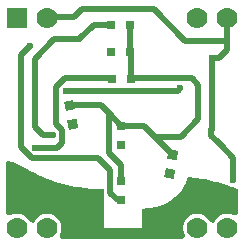
<source format=gbr>
G04 #@! TF.FileFunction,Copper,L1,Top,Signal*
%FSLAX46Y46*%
G04 Gerber Fmt 4.6, Leading zero omitted, Abs format (unit mm)*
G04 Created by KiCad (PCBNEW 4.0.7-e2-6376~61~ubuntu18.04.1) date Fri Aug 17 14:13:56 2018*
%MOMM*%
%LPD*%
G01*
G04 APERTURE LIST*
%ADD10C,0.100000*%
%ADD11R,0.800000X0.800000*%
%ADD12R,1.778000X1.778000*%
%ADD13C,1.778000*%
%ADD14C,0.600000*%
%ADD15C,0.500000*%
G04 APERTURE END LIST*
D10*
G36*
X149058315Y-98168638D02*
X148889333Y-98222898D01*
X148889333Y-102509975D01*
X148999920Y-102717198D01*
X149234015Y-102741487D01*
X149459841Y-102648986D01*
X149690318Y-102605061D01*
X149923378Y-102607125D01*
X150150238Y-102653633D01*
X150366245Y-102743550D01*
X150558998Y-102873258D01*
X150722296Y-103039139D01*
X150858722Y-103244812D01*
X150963663Y-103334174D01*
X151100051Y-103354366D01*
X151226562Y-103299426D01*
X151304690Y-103185901D01*
X151295905Y-103211221D01*
X151422512Y-103026220D01*
X151587877Y-102863439D01*
X151782697Y-102737865D01*
X151999738Y-102648982D01*
X152230215Y-102605057D01*
X152463276Y-102607120D01*
X152690136Y-102653629D01*
X152906660Y-102743546D01*
X153098896Y-102873254D01*
X153262710Y-103039135D01*
X153392935Y-103234989D01*
X153481302Y-103448930D01*
X153527294Y-103675789D01*
X153522642Y-103945023D01*
X153470449Y-104172916D01*
X153388801Y-104356368D01*
X153407922Y-104594079D01*
X153617211Y-104707767D01*
X163751995Y-104707767D01*
X163928822Y-104634744D01*
X164002109Y-104458170D01*
X164002109Y-104455577D01*
X163984538Y-104363077D01*
X163889453Y-104124331D01*
X163847078Y-103895405D01*
X163849671Y-103663377D01*
X163899797Y-103434451D01*
X163990231Y-103219477D01*
X164122523Y-103026207D01*
X164287887Y-102863426D01*
X164482708Y-102737853D01*
X164699749Y-102648969D01*
X164930226Y-102605044D01*
X165163286Y-102607108D01*
X165390146Y-102653617D01*
X165606670Y-102743534D01*
X165798907Y-102873241D01*
X165962721Y-103039123D01*
X166099147Y-103244795D01*
X166203830Y-103334157D01*
X166339959Y-103354349D01*
X166466470Y-103299409D01*
X166544598Y-103185884D01*
X166535813Y-103211205D01*
X166662421Y-103026203D01*
X166827785Y-102863422D01*
X167022606Y-102737849D01*
X167239646Y-102648965D01*
X167470123Y-102605040D01*
X167703184Y-102607104D01*
X167930044Y-102653096D01*
X168161037Y-102750247D01*
X168396165Y-102728027D01*
X168507786Y-102519772D01*
X168507786Y-100545732D01*
X168386021Y-100493060D01*
X168247198Y-100435346D01*
X168091730Y-100373400D01*
X167920026Y-100308026D01*
X167732497Y-100240034D01*
X167529556Y-100170231D01*
X167311612Y-100099423D01*
X167079076Y-100028419D01*
X166832360Y-99958026D01*
X166571875Y-99889050D01*
X166298030Y-99822301D01*
X166011238Y-99758584D01*
X165711909Y-99698707D01*
X165400454Y-99643479D01*
X165077284Y-99593705D01*
X164742810Y-99550194D01*
X164397442Y-99513753D01*
X164226393Y-99512722D01*
X164153147Y-99752966D01*
X164077965Y-99966742D01*
X164014520Y-100107517D01*
X163947388Y-100222325D01*
X163834686Y-100417059D01*
X163734069Y-100581406D01*
X163630406Y-100723390D01*
X163506049Y-100862834D01*
X163343347Y-101019561D01*
X163124652Y-101213393D01*
X162913501Y-101385877D01*
X162704900Y-101534592D01*
X162496764Y-101660782D01*
X162287010Y-101765691D01*
X162073553Y-101850564D01*
X161895360Y-101916563D01*
X161797601Y-101960117D01*
X161675082Y-101999661D01*
X161431951Y-102049962D01*
X161118173Y-102101850D01*
X160783709Y-102146153D01*
X160492109Y-102191056D01*
X160363063Y-102237103D01*
X160352139Y-102291007D01*
X160329990Y-102591087D01*
X160329905Y-103033838D01*
X160329720Y-103312068D01*
X160329457Y-103467269D01*
X160329139Y-103540935D01*
X160328789Y-103574557D01*
X160328429Y-103609629D01*
X160327396Y-103790001D01*
X158737829Y-103790001D01*
X157148261Y-103790001D01*
X157143094Y-103678380D01*
X157142191Y-103599802D01*
X157141120Y-103413733D01*
X157139935Y-103144400D01*
X157138689Y-102816026D01*
X157137437Y-102452838D01*
X157136230Y-102079061D01*
X157135123Y-101718919D01*
X157134169Y-101396639D01*
X157133421Y-101136446D01*
X157132934Y-100962565D01*
X157132759Y-100899221D01*
X157130710Y-100758122D01*
X157127592Y-100524567D01*
X156964294Y-100538002D01*
X156731453Y-100529580D01*
X156490850Y-100517073D01*
X156241991Y-100500188D01*
X155984379Y-100478631D01*
X155717518Y-100452105D01*
X155440913Y-100420318D01*
X155154067Y-100382973D01*
X154761297Y-100322239D01*
X154382877Y-100250906D01*
X154018598Y-100170056D01*
X153668247Y-100080767D01*
X153331616Y-99984121D01*
X153008492Y-99881199D01*
X152698666Y-99773081D01*
X152401927Y-99660847D01*
X152118064Y-99545578D01*
X151846866Y-99428354D01*
X151588123Y-99310257D01*
X151341624Y-99192365D01*
X151107159Y-99075761D01*
X150884517Y-98961524D01*
X150673487Y-98850735D01*
X150473858Y-98744474D01*
X150285420Y-98643822D01*
X150107963Y-98549859D01*
X149941275Y-98463667D01*
X149785146Y-98386325D01*
X149639366Y-98318913D01*
X149503723Y-98262514D01*
X149378007Y-98218206D01*
X149262007Y-98187070D01*
X149155513Y-98170187D01*
X149058315Y-98168638D01*
X149058315Y-98168638D01*
G37*
D11*
X157750000Y-88950800D03*
X159350000Y-88950800D03*
X157840000Y-91236800D03*
X159440000Y-91236800D03*
D10*
G36*
X154977301Y-95337310D02*
X154189455Y-95476228D01*
X154050537Y-94688382D01*
X154838383Y-94549464D01*
X154977301Y-95337310D01*
X154977301Y-95337310D01*
G37*
G36*
X154699463Y-93761618D02*
X153911617Y-93900536D01*
X153772699Y-93112690D01*
X154560545Y-92973772D01*
X154699463Y-93761618D01*
X154699463Y-93761618D01*
G37*
D11*
X158600000Y-96750000D03*
X158600000Y-95150000D03*
D10*
G36*
X163035545Y-99651228D02*
X162247699Y-99512310D01*
X162386617Y-98724464D01*
X163174463Y-98863382D01*
X163035545Y-99651228D01*
X163035545Y-99651228D01*
G37*
G36*
X163313383Y-98075536D02*
X162525537Y-97936618D01*
X162664455Y-97148772D01*
X163452301Y-97287690D01*
X163313383Y-98075536D01*
X163313383Y-98075536D01*
G37*
D11*
X158600000Y-101450000D03*
X158600000Y-99850000D03*
X157750000Y-86664800D03*
X159350000Y-86664800D03*
D12*
X149810000Y-86010000D03*
D13*
X152350000Y-86010000D03*
X165050000Y-86010000D03*
X167590000Y-86010000D03*
X149810000Y-103790000D03*
X152350000Y-103790000D03*
X165050000Y-103790000D03*
X167590000Y-103790000D03*
D14*
X158600000Y-99850000D03*
X150850000Y-88425000D03*
X168075000Y-99775000D03*
X166250000Y-95600000D03*
X166325000Y-89425000D03*
X153975000Y-92200000D03*
X163600000Y-91975000D03*
X162650000Y-99250000D03*
X158600000Y-96750000D03*
X154525000Y-95000000D03*
X151325000Y-97050000D03*
X157775000Y-88875000D03*
X152800000Y-95975000D03*
D15*
X159375000Y-88875000D02*
X159375000Y-86600000D01*
X159375000Y-88875000D02*
X159425000Y-88925000D01*
X159425000Y-88925000D02*
X159425000Y-91150000D01*
X159425000Y-91150000D02*
X164575000Y-91150000D01*
X164575000Y-91150000D02*
X165150000Y-91725000D01*
X165150000Y-91725000D02*
X165150000Y-94600000D01*
X154236081Y-93437154D02*
X156887154Y-93437154D01*
X163651765Y-96098235D02*
X161475000Y-96098235D01*
X165150000Y-94600000D02*
X163651765Y-96098235D01*
X161475000Y-96098235D02*
X160526765Y-95150000D01*
X156887154Y-93437154D02*
X157550000Y-94100000D01*
X160526765Y-95150000D02*
X158600000Y-95150000D01*
X157550000Y-94100000D02*
X157550000Y-97425000D01*
X157550000Y-94100000D02*
X158600000Y-95150000D01*
X158600000Y-98475000D02*
X157550000Y-97425000D01*
X162988919Y-97612154D02*
X161475000Y-96098235D01*
X158600000Y-99850000D02*
X158600000Y-98475000D01*
X151025000Y-97850000D02*
X150150000Y-96975000D01*
X150150000Y-96975000D02*
X150150000Y-89125000D01*
X156615200Y-97850000D02*
X151025000Y-97850000D01*
X157679000Y-98913800D02*
X156615200Y-97850000D01*
X157679000Y-100829000D02*
X157679000Y-98913800D01*
X158300000Y-101450000D02*
X157679000Y-100829000D01*
X158600000Y-101450000D02*
X158300000Y-101450000D01*
X150150000Y-89125000D02*
X150850000Y-88425000D01*
X166250000Y-95600000D02*
X166325000Y-95525000D01*
X168075000Y-97850000D02*
X168075000Y-99775000D01*
X166712500Y-96487500D02*
X167050000Y-96825000D01*
X167050000Y-96825000D02*
X168075000Y-97850000D01*
X166250000Y-96025000D02*
X166712500Y-96487500D01*
X166250000Y-96025000D02*
X166250000Y-95600000D01*
X166325000Y-95525000D02*
X166325000Y-89425000D01*
X166975000Y-89325000D02*
X166875000Y-89425000D01*
X166875000Y-89425000D02*
X166325000Y-89425000D01*
X152300000Y-85960000D02*
X154640000Y-85960000D01*
X164050000Y-87950000D02*
X167540000Y-87950000D01*
X161375000Y-85275000D02*
X164050000Y-87950000D01*
X155325000Y-85275000D02*
X161375000Y-85275000D01*
X154640000Y-85960000D02*
X155325000Y-85275000D01*
X167540000Y-85960000D02*
X167540000Y-87950000D01*
X167540000Y-87950000D02*
X167540000Y-88725000D01*
X167540000Y-88725000D02*
X167540000Y-88760000D01*
X167540000Y-88760000D02*
X166975000Y-89325000D01*
X166975000Y-89325000D02*
X167025000Y-89275000D01*
X163375000Y-92200000D02*
X153975000Y-92200000D01*
X163600000Y-91975000D02*
X163375000Y-92200000D01*
X162711081Y-99188919D02*
X162650000Y-99250000D01*
X162711081Y-99188919D02*
X162711081Y-99187846D01*
X154525000Y-95000000D02*
X154513919Y-95011081D01*
X154513919Y-95011081D02*
X154513919Y-95012846D01*
X153125000Y-93025000D02*
X153125000Y-95000000D01*
X153825000Y-91150000D02*
X153125000Y-91850000D01*
X153125000Y-91850000D02*
X153125000Y-93025000D01*
X153125000Y-93025000D02*
X153125000Y-93025000D01*
X153125000Y-93025000D02*
X153125000Y-93025000D01*
X153825000Y-91150000D02*
X157825000Y-91150000D01*
X152550000Y-97050000D02*
X151325000Y-97050000D01*
X153200000Y-97050000D02*
X152550000Y-97050000D01*
X153600000Y-96650000D02*
X153200000Y-97050000D01*
X153600000Y-95475000D02*
X153600000Y-96650000D01*
X153125000Y-95000000D02*
X153600000Y-95475000D01*
X157775000Y-86600000D02*
X156274800Y-86600000D01*
X156274800Y-86600000D02*
X155024800Y-87850000D01*
X155132180Y-87850000D02*
X155024800Y-87850000D01*
X155024800Y-87850000D02*
X152900000Y-87850000D01*
X152900000Y-87850000D02*
X151275000Y-89475000D01*
X151275000Y-89475000D02*
X151275000Y-95300000D01*
X151275000Y-95300000D02*
X151950000Y-95975000D01*
X151950000Y-95975000D02*
X152800000Y-95975000D01*
M02*

</source>
